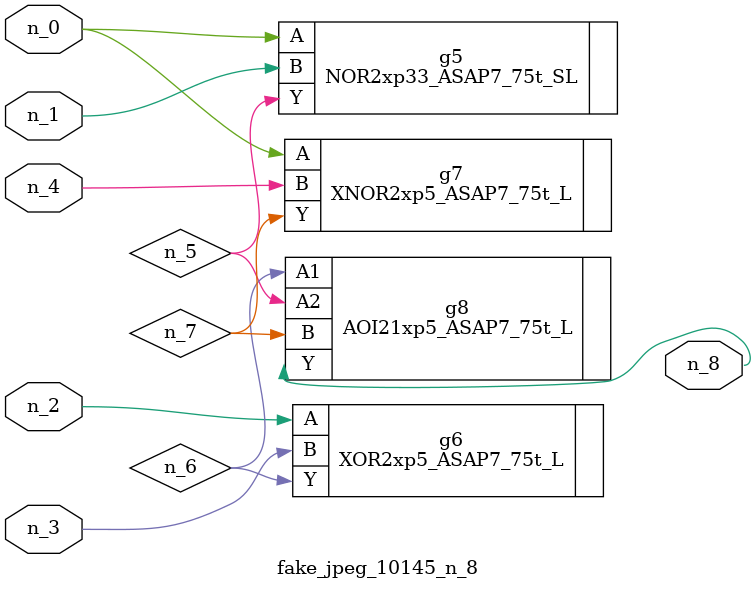
<source format=v>
module fake_jpeg_10145_n_8 (n_3, n_2, n_1, n_0, n_4, n_8);

input n_3;
input n_2;
input n_1;
input n_0;
input n_4;

output n_8;

wire n_6;
wire n_5;
wire n_7;

NOR2xp33_ASAP7_75t_SL g5 ( 
.A(n_0),
.B(n_1),
.Y(n_5)
);

XOR2xp5_ASAP7_75t_L g6 ( 
.A(n_2),
.B(n_3),
.Y(n_6)
);

XNOR2xp5_ASAP7_75t_L g7 ( 
.A(n_0),
.B(n_4),
.Y(n_7)
);

AOI21xp5_ASAP7_75t_L g8 ( 
.A1(n_6),
.A2(n_5),
.B(n_7),
.Y(n_8)
);


endmodule
</source>
